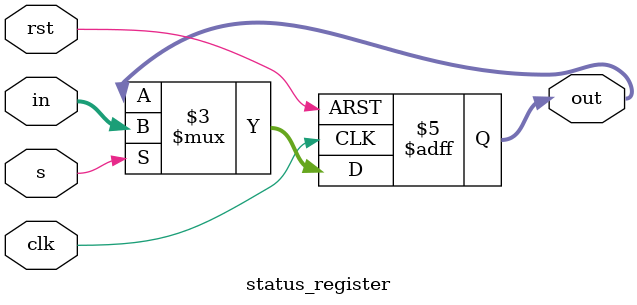
<source format=v>
module status_register(input clk, rst, s, input [3:0] in, output reg[3:0] out);

    always@(negedge clk,posedge rst) begin
        if(rst)
            out = 4'd0;
        else begin
            if(s)   out = in;
        end
    
    end

endmodule

</source>
